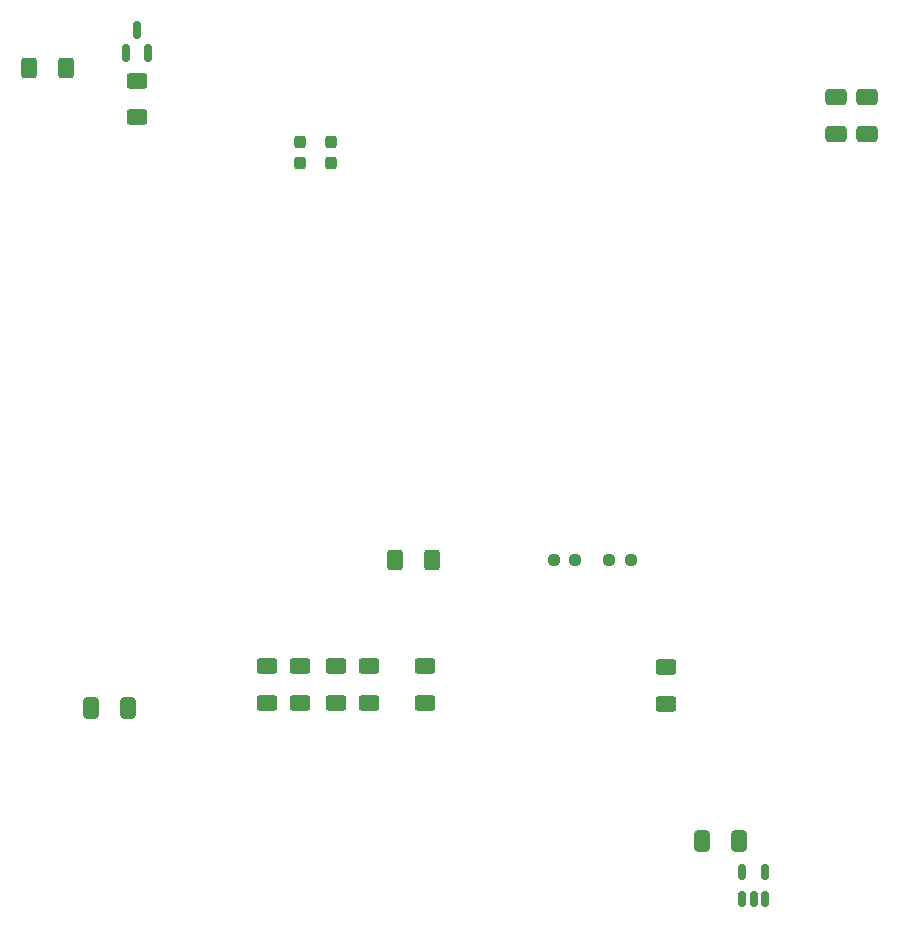
<source format=gbp>
G04 #@! TF.GenerationSoftware,KiCad,Pcbnew,7.0.8*
G04 #@! TF.CreationDate,2024-08-07T19:44:42-07:00*
G04 #@! TF.ProjectId,bloo,626c6f6f-2e6b-4696-9361-645f70636258,rev?*
G04 #@! TF.SameCoordinates,Original*
G04 #@! TF.FileFunction,Paste,Bot*
G04 #@! TF.FilePolarity,Positive*
%FSLAX46Y46*%
G04 Gerber Fmt 4.6, Leading zero omitted, Abs format (unit mm)*
G04 Created by KiCad (PCBNEW 7.0.8) date 2024-08-07 19:44:42*
%MOMM*%
%LPD*%
G01*
G04 APERTURE LIST*
G04 Aperture macros list*
%AMRoundRect*
0 Rectangle with rounded corners*
0 $1 Rounding radius*
0 $2 $3 $4 $5 $6 $7 $8 $9 X,Y pos of 4 corners*
0 Add a 4 corners polygon primitive as box body*
4,1,4,$2,$3,$4,$5,$6,$7,$8,$9,$2,$3,0*
0 Add four circle primitives for the rounded corners*
1,1,$1+$1,$2,$3*
1,1,$1+$1,$4,$5*
1,1,$1+$1,$6,$7*
1,1,$1+$1,$8,$9*
0 Add four rect primitives between the rounded corners*
20,1,$1+$1,$2,$3,$4,$5,0*
20,1,$1+$1,$4,$5,$6,$7,0*
20,1,$1+$1,$6,$7,$8,$9,0*
20,1,$1+$1,$8,$9,$2,$3,0*%
G04 Aperture macros list end*
%ADD10RoundRect,0.250000X-0.625000X0.400000X-0.625000X-0.400000X0.625000X-0.400000X0.625000X0.400000X0*%
%ADD11RoundRect,0.250000X0.625000X-0.400000X0.625000X0.400000X-0.625000X0.400000X-0.625000X-0.400000X0*%
%ADD12RoundRect,0.237500X0.250000X0.237500X-0.250000X0.237500X-0.250000X-0.237500X0.250000X-0.237500X0*%
%ADD13RoundRect,0.250000X0.650000X-0.412500X0.650000X0.412500X-0.650000X0.412500X-0.650000X-0.412500X0*%
%ADD14RoundRect,0.250000X-0.412500X-0.650000X0.412500X-0.650000X0.412500X0.650000X-0.412500X0.650000X0*%
%ADD15RoundRect,0.250000X0.412500X0.650000X-0.412500X0.650000X-0.412500X-0.650000X0.412500X-0.650000X0*%
%ADD16RoundRect,0.150000X0.150000X-0.587500X0.150000X0.587500X-0.150000X0.587500X-0.150000X-0.587500X0*%
%ADD17RoundRect,0.237500X-0.237500X0.300000X-0.237500X-0.300000X0.237500X-0.300000X0.237500X0.300000X0*%
%ADD18RoundRect,0.250000X0.400000X0.625000X-0.400000X0.625000X-0.400000X-0.625000X0.400000X-0.625000X0*%
%ADD19RoundRect,0.150000X0.150000X-0.512500X0.150000X0.512500X-0.150000X0.512500X-0.150000X-0.512500X0*%
%ADD20RoundRect,0.250000X-0.650000X0.412500X-0.650000X-0.412500X0.650000X-0.412500X0.650000X0.412500X0*%
G04 APERTURE END LIST*
D10*
X198000000Y-158400000D03*
X198000000Y-161500000D03*
D11*
X178400000Y-111950000D03*
X178400000Y-108850000D03*
D12*
X220200000Y-149400000D03*
X218375000Y-149400000D03*
D13*
X240200000Y-113362500D03*
X240200000Y-110237500D03*
D14*
X174475000Y-162000000D03*
X177600000Y-162000000D03*
D15*
X229362500Y-173200000D03*
X226237500Y-173200000D03*
D11*
X195200000Y-161500000D03*
X195200000Y-158400000D03*
D16*
X179350000Y-106475000D03*
X177450000Y-106475000D03*
X178400000Y-104600000D03*
D17*
X192200000Y-114075000D03*
X192200000Y-115800000D03*
D18*
X172350000Y-107800000D03*
X169250000Y-107800000D03*
D19*
X231550000Y-178137500D03*
X230600000Y-178137500D03*
X229650000Y-178137500D03*
X229650000Y-175862500D03*
X231550000Y-175862500D03*
D20*
X237600000Y-110237500D03*
X237600000Y-113362500D03*
D10*
X189400000Y-158400000D03*
X189400000Y-161500000D03*
D18*
X203350000Y-149400000D03*
X200250000Y-149400000D03*
D10*
X223200000Y-158500000D03*
X223200000Y-161600000D03*
D11*
X192200000Y-161500000D03*
X192200000Y-158400000D03*
X202800000Y-161500000D03*
X202800000Y-158400000D03*
D12*
X215512500Y-149400000D03*
X213687500Y-149400000D03*
D17*
X194800000Y-114075000D03*
X194800000Y-115800000D03*
M02*

</source>
